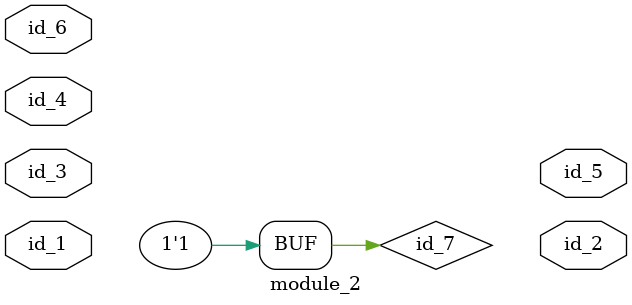
<source format=v>
module module_0;
endmodule
module module_1 (
    id_1,
    id_2,
    id_3,
    id_4,
    id_5
);
  output wire id_5;
  output wire id_4;
  output wire id_3;
  output wire id_2;
  input wire id_1;
  always id_4 <= id_1;
  module_0 modCall_1 ();
endmodule
module module_2 (
    id_1,
    id_2,
    id_3,
    id_4,
    id_5,
    id_6
);
  input wire id_6;
  output wire id_5;
  inout wire id_4;
  inout wire id_3;
  output wire id_2;
  inout wire id_1;
  tri  id_7;
  wire id_8;
  wire id_9;
  assign id_7 = 1;
  wire id_10;
  module_0 modCall_1 ();
endmodule

</source>
